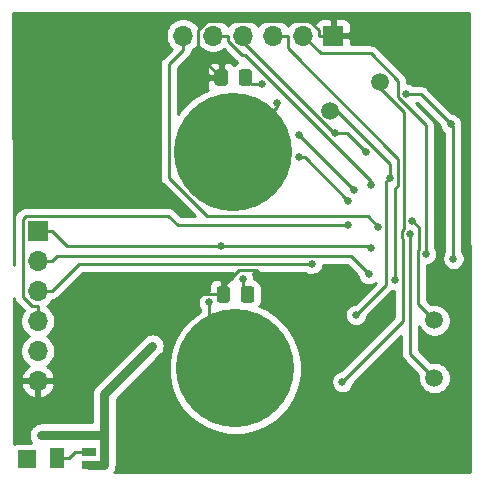
<source format=gbl>
G04 #@! TF.GenerationSoftware,KiCad,Pcbnew,5.1.7-a382d34a8~88~ubuntu18.04.1*
G04 #@! TF.CreationDate,2021-12-09T23:06:50+05:30*
G04 #@! TF.ProjectId,FrontEnd_switch_Normal_v2,46726f6e-7445-46e6-945f-737769746368,rev?*
G04 #@! TF.SameCoordinates,Original*
G04 #@! TF.FileFunction,Copper,L2,Bot*
G04 #@! TF.FilePolarity,Positive*
%FSLAX46Y46*%
G04 Gerber Fmt 4.6, Leading zero omitted, Abs format (unit mm)*
G04 Created by KiCad (PCBNEW 5.1.7-a382d34a8~88~ubuntu18.04.1) date 2021-12-09 23:06:50*
%MOMM*%
%LPD*%
G01*
G04 APERTURE LIST*
G04 #@! TA.AperFunction,SMDPad,CuDef*
%ADD10C,10.000000*%
G04 #@! TD*
G04 #@! TA.AperFunction,SMDPad,CuDef*
%ADD11R,1.250000X0.740000*%
G04 #@! TD*
G04 #@! TA.AperFunction,SMDPad,CuDef*
%ADD12R,1.250000X1.800000*%
G04 #@! TD*
G04 #@! TA.AperFunction,ComponentPad*
%ADD13O,1.700000X1.700000*%
G04 #@! TD*
G04 #@! TA.AperFunction,ComponentPad*
%ADD14R,1.700000X1.700000*%
G04 #@! TD*
G04 #@! TA.AperFunction,ComponentPad*
%ADD15R,1.524000X1.524000*%
G04 #@! TD*
G04 #@! TA.AperFunction,ComponentPad*
%ADD16C,1.500000*%
G04 #@! TD*
G04 #@! TA.AperFunction,ViaPad*
%ADD17C,0.650000*%
G04 #@! TD*
G04 #@! TA.AperFunction,Conductor*
%ADD18C,0.800000*%
G04 #@! TD*
G04 #@! TA.AperFunction,Conductor*
%ADD19C,0.250000*%
G04 #@! TD*
G04 #@! TA.AperFunction,Conductor*
%ADD20C,0.254000*%
G04 #@! TD*
G04 #@! TA.AperFunction,Conductor*
%ADD21C,0.150000*%
G04 #@! TD*
G04 APERTURE END LIST*
G04 #@! TA.AperFunction,SMDPad,CuDef*
G36*
G01*
X115220000Y-85839701D02*
X115220000Y-84939699D01*
G75*
G02*
X115469999Y-84689700I249999J0D01*
G01*
X116120001Y-84689700D01*
G75*
G02*
X116370000Y-84939699I0J-249999D01*
G01*
X116370000Y-85839701D01*
G75*
G02*
X116120001Y-86089700I-249999J0D01*
G01*
X115469999Y-86089700D01*
G75*
G02*
X115220000Y-85839701I0J249999D01*
G01*
G37*
G04 #@! TD.AperFunction*
G04 #@! TA.AperFunction,SMDPad,CuDef*
G36*
G01*
X113170000Y-85839701D02*
X113170000Y-84939699D01*
G75*
G02*
X113419999Y-84689700I249999J0D01*
G01*
X114070001Y-84689700D01*
G75*
G02*
X114320000Y-84939699I0J-249999D01*
G01*
X114320000Y-85839701D01*
G75*
G02*
X114070001Y-86089700I-249999J0D01*
G01*
X113419999Y-86089700D01*
G75*
G02*
X113170000Y-85839701I0J249999D01*
G01*
G37*
G04 #@! TD.AperFunction*
G04 #@! TA.AperFunction,SMDPad,CuDef*
G36*
G01*
X115405000Y-104204001D02*
X115405000Y-103303999D01*
G75*
G02*
X115654999Y-103054000I249999J0D01*
G01*
X116305001Y-103054000D01*
G75*
G02*
X116555000Y-103303999I0J-249999D01*
G01*
X116555000Y-104204001D01*
G75*
G02*
X116305001Y-104454000I-249999J0D01*
G01*
X115654999Y-104454000D01*
G75*
G02*
X115405000Y-104204001I0J249999D01*
G01*
G37*
G04 #@! TD.AperFunction*
G04 #@! TA.AperFunction,SMDPad,CuDef*
G36*
G01*
X113355000Y-104204001D02*
X113355000Y-103303999D01*
G75*
G02*
X113604999Y-103054000I249999J0D01*
G01*
X114255001Y-103054000D01*
G75*
G02*
X114505000Y-103303999I0J-249999D01*
G01*
X114505000Y-104204001D01*
G75*
G02*
X114255001Y-104454000I-249999J0D01*
G01*
X113604999Y-104454000D01*
G75*
G02*
X113355000Y-104204001I0J249999D01*
G01*
G37*
G04 #@! TD.AperFunction*
D10*
X114717000Y-91686400D03*
D11*
X102584000Y-117113000D03*
D12*
X99834000Y-117643000D03*
D11*
X102584000Y-118173000D03*
D13*
X110523000Y-81833700D03*
X113063000Y-81833700D03*
X115603000Y-81833700D03*
X118143000Y-81833700D03*
X120683000Y-81833700D03*
D14*
X123223000Y-81833700D03*
D15*
X97287100Y-117704000D03*
D10*
X114930000Y-110023000D03*
D16*
X131796000Y-105951000D03*
X131796000Y-110831000D03*
X127223204Y-85774200D03*
X122997000Y-88214200D03*
D14*
X98220000Y-98380000D03*
D13*
X98220000Y-100920000D03*
X98220000Y-103460000D03*
X98220000Y-106000000D03*
X98220000Y-108540000D03*
X98220000Y-111080000D03*
D17*
X98478340Y-115676680D03*
X107926300Y-108096600D03*
X106052200Y-102305100D03*
X121679200Y-102238200D03*
X126019100Y-91706100D03*
X123383100Y-90115700D03*
X129412900Y-86781300D03*
X133210200Y-89355300D03*
X133412000Y-100729300D03*
X129941300Y-97497600D03*
X129744000Y-98680700D03*
X125174000Y-105483500D03*
X128027100Y-93867700D03*
X124015200Y-111150500D03*
X127027200Y-98026500D03*
X126430100Y-94460100D03*
X128432700Y-102498900D03*
X131087400Y-100336500D03*
X126464600Y-99809100D03*
X113771500Y-99655600D03*
X124511300Y-97905700D03*
X121412300Y-101191800D03*
X124517400Y-95836700D03*
X120324700Y-92134900D03*
X112749700Y-104434300D03*
X115596500Y-102445700D03*
X126225000Y-102004500D03*
X117236500Y-85979200D03*
X118474500Y-87556900D03*
X120333700Y-90236600D03*
X125016400Y-94919300D03*
D18*
X103859300Y-112163600D02*
X107926300Y-108096600D01*
X102584000Y-118173000D02*
X103859300Y-118173000D01*
X98532980Y-115622040D02*
X98478340Y-115676680D01*
X103859300Y-115622040D02*
X98532980Y-115622040D01*
X103859300Y-115622040D02*
X103859300Y-112163600D01*
X103859300Y-118173000D02*
X103859300Y-115622040D01*
D19*
X106052200Y-103690500D02*
X106052200Y-102305100D01*
X99445300Y-111080000D02*
X106052200Y-104473100D01*
X106052200Y-104473100D02*
X106052200Y-103690500D01*
X106052200Y-103690500D02*
X113930000Y-103690500D01*
X123223000Y-81833700D02*
X121997700Y-81833700D01*
X121997700Y-81833700D02*
X121997700Y-81374200D01*
X121997700Y-81374200D02*
X121213900Y-80590400D01*
X121213900Y-80590400D02*
X112562900Y-80590400D01*
X112562900Y-80590400D02*
X111793000Y-81360300D01*
X111793000Y-81360300D02*
X111793000Y-83437700D01*
X111793000Y-83437700D02*
X113745000Y-85389700D01*
X98220000Y-111080000D02*
X99445300Y-111080000D01*
X113930000Y-103690500D02*
X113930000Y-103754000D01*
X121679200Y-102238200D02*
X117250700Y-102238200D01*
X117250700Y-102238200D02*
X116736100Y-101723600D01*
X116736100Y-101723600D02*
X115282100Y-101723600D01*
X115282100Y-101723600D02*
X113930000Y-103075700D01*
X113930000Y-103075700D02*
X113930000Y-103690500D01*
X123383100Y-90115700D02*
X124428700Y-90115700D01*
X124428700Y-90115700D02*
X126019100Y-91706100D01*
X115603000Y-81833700D02*
X115603000Y-82412100D01*
X115603000Y-82412100D02*
X123306500Y-90115600D01*
X123306500Y-90115600D02*
X123383100Y-90115600D01*
X123383100Y-90115600D02*
X123383100Y-90115700D01*
X133210200Y-89355300D02*
X133412000Y-89557100D01*
X133412000Y-89557100D02*
X133412000Y-100729300D01*
X133210200Y-89355300D02*
X130636200Y-86781300D01*
X130636200Y-86781300D02*
X129412900Y-86781300D01*
X131796000Y-105951000D02*
X130384800Y-104539800D01*
X130384800Y-104539800D02*
X130384800Y-100048600D01*
X130384800Y-100048600D02*
X130484100Y-99949300D01*
X130484100Y-99949300D02*
X130484100Y-98040400D01*
X130484100Y-98040400D02*
X129941300Y-97497600D01*
X131796000Y-110831000D02*
X129744000Y-108779000D01*
X129744000Y-108779000D02*
X129744000Y-98680700D01*
X125174000Y-105483500D02*
X127727500Y-102930000D01*
X127727500Y-102930000D02*
X127727500Y-94167300D01*
X127727500Y-94167300D02*
X128027100Y-93867700D01*
X122997000Y-88214200D02*
X123541300Y-88214200D01*
X123541300Y-88214200D02*
X128027100Y-92700000D01*
X128027100Y-92700000D02*
X128027100Y-93867700D01*
X127223200Y-85774200D02*
X127223200Y-86289500D01*
X127223200Y-86289500D02*
X129227700Y-88294000D01*
X129227700Y-88294000D02*
X129227700Y-98206600D01*
X129227700Y-98206600D02*
X129043700Y-98390600D01*
X129043700Y-98390600D02*
X129043700Y-98970800D01*
X129043700Y-98970800D02*
X129144000Y-99071100D01*
X129144000Y-99071100D02*
X129144000Y-106021700D01*
X129144000Y-106021700D02*
X124015200Y-111150500D01*
X110523000Y-81833700D02*
X110523000Y-83059000D01*
X127027200Y-98026500D02*
X126148400Y-97147700D01*
X126148400Y-97147700D02*
X112572700Y-97147700D01*
X112572700Y-97147700D02*
X109297800Y-93872800D01*
X109297800Y-93872800D02*
X109297800Y-84284200D01*
X109297800Y-84284200D02*
X110523000Y-83059000D01*
X114288300Y-81833700D02*
X114288300Y-82259700D01*
X114288300Y-82259700D02*
X115479700Y-83451100D01*
X115479700Y-83451100D02*
X115725100Y-83451100D01*
X115725100Y-83451100D02*
X126430100Y-94156100D01*
X126430100Y-94156100D02*
X126430100Y-94460100D01*
X113063000Y-81833700D02*
X114288300Y-81833700D01*
X128432700Y-102498900D02*
X128432700Y-94800500D01*
X128432700Y-94800500D02*
X128727400Y-94505800D01*
X128727400Y-94505800D02*
X128727400Y-92291000D01*
X128727400Y-92291000D02*
X119368300Y-82931900D01*
X119368300Y-82931900D02*
X119368300Y-81833700D01*
X118143000Y-81833700D02*
X119368300Y-81833700D01*
X131087400Y-100336500D02*
X131087400Y-89446100D01*
X131087400Y-89446100D02*
X128712600Y-87071300D01*
X128712600Y-87071300D02*
X128712600Y-85667300D01*
X128712600Y-85667300D02*
X126394500Y-83349200D01*
X126394500Y-83349200D02*
X122198500Y-83349200D01*
X122198500Y-83349200D02*
X120683000Y-81833700D01*
X113771500Y-99655600D02*
X126311100Y-99655600D01*
X126311100Y-99655600D02*
X126464600Y-99809100D01*
X99445300Y-98380000D02*
X100720900Y-99655600D01*
X100720900Y-99655600D02*
X113771500Y-99655600D01*
X98220000Y-98380000D02*
X99445300Y-98380000D01*
X98220000Y-104774700D02*
X97760500Y-104774700D01*
X97760500Y-104774700D02*
X96929800Y-103944000D01*
X96929800Y-103944000D02*
X96929800Y-97368300D01*
X96929800Y-97368300D02*
X97192300Y-97105800D01*
X97192300Y-97105800D02*
X109273300Y-97105800D01*
X109273300Y-97105800D02*
X110073200Y-97905700D01*
X110073200Y-97905700D02*
X124511300Y-97905700D01*
X98220000Y-106000000D02*
X98220000Y-104774700D01*
X98220000Y-103460000D02*
X99445300Y-103460000D01*
X99445300Y-103460000D02*
X101713500Y-101191800D01*
X101713500Y-101191800D02*
X121412300Y-101191800D01*
X124517400Y-95836700D02*
X120815600Y-92134900D01*
X120815600Y-92134900D02*
X120324700Y-92134900D01*
X114930000Y-110023000D02*
X112749700Y-107842700D01*
X112749700Y-107842700D02*
X112749700Y-104434300D01*
X115980000Y-103754000D02*
X115596500Y-103370500D01*
X115596500Y-103370500D02*
X115596500Y-102445700D01*
X99834000Y-117643000D02*
X100834300Y-117643000D01*
X100834300Y-117643000D02*
X101364300Y-117113000D01*
X101364300Y-117113000D02*
X102584000Y-117113000D01*
X99445300Y-100920000D02*
X99873800Y-100491500D01*
X99873800Y-100491500D02*
X124712000Y-100491500D01*
X124712000Y-100491500D02*
X126225000Y-102004500D01*
X98220000Y-100920000D02*
X99445300Y-100920000D01*
X117236500Y-85979200D02*
X116384500Y-85979200D01*
X116384500Y-85979200D02*
X115795000Y-85389700D01*
X114717000Y-91686400D02*
X118474500Y-87928900D01*
X118474500Y-87928900D02*
X118474500Y-87556900D01*
X125016400Y-94919300D02*
X120333700Y-90236600D01*
D20*
X134845787Y-118762871D02*
X104696350Y-118784530D01*
X104724034Y-118750797D01*
X104820141Y-118570993D01*
X104879324Y-118375895D01*
X104899307Y-118173000D01*
X104894300Y-118122162D01*
X104894300Y-115672877D01*
X104899307Y-115622040D01*
X104894300Y-115571202D01*
X104894300Y-112592310D01*
X108694103Y-108792508D01*
X108791034Y-108674398D01*
X108887141Y-108494594D01*
X108946323Y-108299495D01*
X108966307Y-108096600D01*
X108946323Y-107893705D01*
X108887141Y-107698607D01*
X108791034Y-107518803D01*
X108661696Y-107361204D01*
X108504097Y-107231866D01*
X108324293Y-107135759D01*
X108129195Y-107076577D01*
X107926300Y-107056593D01*
X107723405Y-107076577D01*
X107528306Y-107135759D01*
X107348502Y-107231866D01*
X107230392Y-107328797D01*
X103163392Y-111395797D01*
X103123905Y-111428204D01*
X103091498Y-111467692D01*
X103091497Y-111467693D01*
X102994566Y-111585803D01*
X102898460Y-111765607D01*
X102839277Y-111960705D01*
X102819294Y-112163600D01*
X102824301Y-112214438D01*
X102824300Y-114587040D01*
X98583815Y-114587040D01*
X98532980Y-114582033D01*
X98482145Y-114587040D01*
X98482142Y-114587040D01*
X98330085Y-114602016D01*
X98134987Y-114661199D01*
X97955183Y-114757306D01*
X97797584Y-114886644D01*
X97765173Y-114926137D01*
X97710537Y-114980773D01*
X97613606Y-115098883D01*
X97517500Y-115278687D01*
X97458317Y-115473785D01*
X97438334Y-115676680D01*
X97458317Y-115879575D01*
X97517500Y-116074673D01*
X97613606Y-116254477D01*
X97654189Y-116303928D01*
X96525100Y-116303928D01*
X96400618Y-116316188D01*
X96280920Y-116352498D01*
X96202175Y-116394589D01*
X96191554Y-111436890D01*
X96778524Y-111436890D01*
X96823175Y-111584099D01*
X96948359Y-111846920D01*
X97122412Y-112080269D01*
X97338645Y-112275178D01*
X97588748Y-112424157D01*
X97863109Y-112521481D01*
X98093000Y-112400814D01*
X98093000Y-111207000D01*
X98347000Y-111207000D01*
X98347000Y-112400814D01*
X98576891Y-112521481D01*
X98851252Y-112424157D01*
X99101355Y-112275178D01*
X99317588Y-112080269D01*
X99491641Y-111846920D01*
X99616825Y-111584099D01*
X99661476Y-111436890D01*
X99540155Y-111207000D01*
X98347000Y-111207000D01*
X98093000Y-111207000D01*
X96899845Y-111207000D01*
X96778524Y-111436890D01*
X96191554Y-111436890D01*
X96175708Y-104041321D01*
X96180797Y-104092985D01*
X96214473Y-104204001D01*
X96224254Y-104236246D01*
X96294826Y-104368276D01*
X96326304Y-104406632D01*
X96389799Y-104484001D01*
X96418802Y-104507803D01*
X97025606Y-105114608D01*
X96904010Y-105296589D01*
X96792068Y-105566842D01*
X96735000Y-105853740D01*
X96735000Y-106146260D01*
X96792068Y-106433158D01*
X96904010Y-106703411D01*
X97066525Y-106946632D01*
X97273368Y-107153475D01*
X97447760Y-107270000D01*
X97273368Y-107386525D01*
X97066525Y-107593368D01*
X96904010Y-107836589D01*
X96792068Y-108106842D01*
X96735000Y-108393740D01*
X96735000Y-108686260D01*
X96792068Y-108973158D01*
X96904010Y-109243411D01*
X97066525Y-109486632D01*
X97273368Y-109693475D01*
X97455534Y-109815195D01*
X97338645Y-109884822D01*
X97122412Y-110079731D01*
X96948359Y-110313080D01*
X96823175Y-110575901D01*
X96778524Y-110723110D01*
X96899845Y-110953000D01*
X98093000Y-110953000D01*
X98093000Y-110933000D01*
X98347000Y-110933000D01*
X98347000Y-110953000D01*
X99540155Y-110953000D01*
X99661476Y-110723110D01*
X99616825Y-110575901D01*
X99491641Y-110313080D01*
X99317588Y-110079731D01*
X99101355Y-109884822D01*
X98984466Y-109815195D01*
X99166632Y-109693475D01*
X99373475Y-109486632D01*
X99535990Y-109243411D01*
X99647932Y-108973158D01*
X99705000Y-108686260D01*
X99705000Y-108393740D01*
X99647932Y-108106842D01*
X99535990Y-107836589D01*
X99373475Y-107593368D01*
X99166632Y-107386525D01*
X98992240Y-107270000D01*
X99166632Y-107153475D01*
X99373475Y-106946632D01*
X99535990Y-106703411D01*
X99647932Y-106433158D01*
X99705000Y-106146260D01*
X99705000Y-105853740D01*
X99647932Y-105566842D01*
X99535990Y-105296589D01*
X99373475Y-105053368D01*
X99166632Y-104846525D01*
X98992240Y-104730000D01*
X99166632Y-104613475D01*
X99373475Y-104406632D01*
X99499274Y-104218361D01*
X99594286Y-104209003D01*
X99737547Y-104165546D01*
X99869576Y-104094974D01*
X99985301Y-104000001D01*
X100009104Y-103970997D01*
X102028302Y-101951800D01*
X114771931Y-101951800D01*
X114745759Y-101990969D01*
X114673392Y-102165678D01*
X114636500Y-102351148D01*
X114636500Y-102430317D01*
X114629482Y-102428188D01*
X114505000Y-102415928D01*
X114215750Y-102419000D01*
X114057000Y-102577750D01*
X114057000Y-103627000D01*
X114077000Y-103627000D01*
X114077000Y-103881000D01*
X114057000Y-103881000D01*
X114057000Y-103901000D01*
X113803000Y-103901000D01*
X113803000Y-103881000D01*
X113783000Y-103881000D01*
X113783000Y-103627000D01*
X113803000Y-103627000D01*
X113803000Y-102577750D01*
X113644250Y-102419000D01*
X113355000Y-102415928D01*
X113230518Y-102428188D01*
X113110820Y-102464498D01*
X113000506Y-102523463D01*
X112903815Y-102602815D01*
X112824463Y-102699506D01*
X112765498Y-102809820D01*
X112729188Y-102929518D01*
X112716928Y-103054000D01*
X112720000Y-103468250D01*
X112726050Y-103474300D01*
X112655148Y-103474300D01*
X112469678Y-103511192D01*
X112294969Y-103583559D01*
X112137736Y-103688619D01*
X112004019Y-103822336D01*
X111898959Y-103979569D01*
X111826592Y-104154278D01*
X111789700Y-104339748D01*
X111789700Y-104528852D01*
X111826592Y-104714322D01*
X111898959Y-104889031D01*
X111989701Y-105024835D01*
X111989701Y-105210489D01*
X111337897Y-105646010D01*
X110553010Y-106430897D01*
X109936328Y-107353827D01*
X109511550Y-108379331D01*
X109295000Y-109468001D01*
X109295000Y-110577999D01*
X109511550Y-111666669D01*
X109936328Y-112692173D01*
X110553010Y-113615103D01*
X111337897Y-114399990D01*
X112260827Y-115016672D01*
X113286331Y-115441450D01*
X114375001Y-115658000D01*
X115484999Y-115658000D01*
X116573669Y-115441450D01*
X117599173Y-115016672D01*
X118522103Y-114399990D01*
X119306990Y-113615103D01*
X119923672Y-112692173D01*
X120348450Y-111666669D01*
X120565000Y-110577999D01*
X120565000Y-109468001D01*
X120348450Y-108379331D01*
X119923672Y-107353827D01*
X119306990Y-106430897D01*
X118522103Y-105646010D01*
X117599173Y-105029328D01*
X116981095Y-104773312D01*
X117043405Y-104697387D01*
X117125472Y-104543851D01*
X117176008Y-104377255D01*
X117193072Y-104204001D01*
X117193072Y-103303999D01*
X117176008Y-103130745D01*
X117125472Y-102964149D01*
X117043405Y-102810613D01*
X116932962Y-102676038D01*
X116798387Y-102565595D01*
X116644851Y-102483528D01*
X116556500Y-102456727D01*
X116556500Y-102351148D01*
X116519608Y-102165678D01*
X116447241Y-101990969D01*
X116421069Y-101951800D01*
X120821766Y-101951800D01*
X120957569Y-102042541D01*
X121132278Y-102114908D01*
X121317748Y-102151800D01*
X121506852Y-102151800D01*
X121692322Y-102114908D01*
X121867031Y-102042541D01*
X122024264Y-101937481D01*
X122157981Y-101803764D01*
X122263041Y-101646531D01*
X122335408Y-101471822D01*
X122372300Y-101286352D01*
X122372300Y-101251500D01*
X124397199Y-101251500D01*
X125270028Y-102124330D01*
X125301892Y-102284522D01*
X125374259Y-102459231D01*
X125479319Y-102616464D01*
X125613036Y-102750181D01*
X125770269Y-102855241D01*
X125944978Y-102927608D01*
X126130448Y-102964500D01*
X126319552Y-102964500D01*
X126505022Y-102927608D01*
X126679731Y-102855241D01*
X126823563Y-102759136D01*
X125054171Y-104528528D01*
X124893978Y-104560392D01*
X124719269Y-104632759D01*
X124562036Y-104737819D01*
X124428319Y-104871536D01*
X124323259Y-105028769D01*
X124250892Y-105203478D01*
X124214000Y-105388948D01*
X124214000Y-105578052D01*
X124250892Y-105763522D01*
X124323259Y-105938231D01*
X124428319Y-106095464D01*
X124562036Y-106229181D01*
X124719269Y-106334241D01*
X124893978Y-106406608D01*
X125079448Y-106443500D01*
X125268552Y-106443500D01*
X125454022Y-106406608D01*
X125628731Y-106334241D01*
X125785964Y-106229181D01*
X125919681Y-106095464D01*
X126024741Y-105938231D01*
X126097108Y-105763522D01*
X126128972Y-105603329D01*
X128238504Y-103493798D01*
X128267501Y-103470001D01*
X128285247Y-103448377D01*
X128338148Y-103458900D01*
X128384001Y-103458900D01*
X128384001Y-105706897D01*
X123895371Y-110195528D01*
X123735178Y-110227392D01*
X123560469Y-110299759D01*
X123403236Y-110404819D01*
X123269519Y-110538536D01*
X123164459Y-110695769D01*
X123092092Y-110870478D01*
X123055200Y-111055948D01*
X123055200Y-111245052D01*
X123092092Y-111430522D01*
X123164459Y-111605231D01*
X123269519Y-111762464D01*
X123403236Y-111896181D01*
X123560469Y-112001241D01*
X123735178Y-112073608D01*
X123920648Y-112110500D01*
X124109752Y-112110500D01*
X124295222Y-112073608D01*
X124469931Y-112001241D01*
X124627164Y-111896181D01*
X124760881Y-111762464D01*
X124865941Y-111605231D01*
X124938308Y-111430522D01*
X124970172Y-111270329D01*
X128984000Y-107256502D01*
X128984000Y-108741678D01*
X128980324Y-108779000D01*
X128984000Y-108816322D01*
X128984000Y-108816332D01*
X128994997Y-108927985D01*
X129034011Y-109056600D01*
X129038454Y-109071246D01*
X129109026Y-109203276D01*
X129141964Y-109243411D01*
X129203999Y-109319001D01*
X129233003Y-109342804D01*
X130439833Y-110549635D01*
X130411000Y-110694589D01*
X130411000Y-110967411D01*
X130464225Y-111234989D01*
X130568629Y-111487043D01*
X130720201Y-111713886D01*
X130913114Y-111906799D01*
X131139957Y-112058371D01*
X131392011Y-112162775D01*
X131659589Y-112216000D01*
X131932411Y-112216000D01*
X132199989Y-112162775D01*
X132452043Y-112058371D01*
X132678886Y-111906799D01*
X132871799Y-111713886D01*
X133023371Y-111487043D01*
X133127775Y-111234989D01*
X133181000Y-110967411D01*
X133181000Y-110694589D01*
X133127775Y-110427011D01*
X133023371Y-110174957D01*
X132871799Y-109948114D01*
X132678886Y-109755201D01*
X132452043Y-109603629D01*
X132199989Y-109499225D01*
X131932411Y-109446000D01*
X131659589Y-109446000D01*
X131514635Y-109474833D01*
X130504000Y-108464199D01*
X130504000Y-106451015D01*
X130568629Y-106607043D01*
X130720201Y-106833886D01*
X130913114Y-107026799D01*
X131139957Y-107178371D01*
X131392011Y-107282775D01*
X131659589Y-107336000D01*
X131932411Y-107336000D01*
X132199989Y-107282775D01*
X132452043Y-107178371D01*
X132678886Y-107026799D01*
X132871799Y-106833886D01*
X133023371Y-106607043D01*
X133127775Y-106354989D01*
X133181000Y-106087411D01*
X133181000Y-105814589D01*
X133127775Y-105547011D01*
X133023371Y-105294957D01*
X132871799Y-105068114D01*
X132678886Y-104875201D01*
X132452043Y-104723629D01*
X132199989Y-104619225D01*
X131932411Y-104566000D01*
X131659589Y-104566000D01*
X131514635Y-104594833D01*
X131144800Y-104224999D01*
X131144800Y-101296500D01*
X131181952Y-101296500D01*
X131367422Y-101259608D01*
X131542131Y-101187241D01*
X131699364Y-101082181D01*
X131833081Y-100948464D01*
X131938141Y-100791231D01*
X132010508Y-100616522D01*
X132047400Y-100431052D01*
X132047400Y-100241948D01*
X132010508Y-100056478D01*
X131938141Y-99881769D01*
X131847400Y-99745966D01*
X131847400Y-89483422D01*
X131851076Y-89446099D01*
X131847400Y-89408776D01*
X131847400Y-89408767D01*
X131836403Y-89297114D01*
X131792946Y-89153853D01*
X131722374Y-89021824D01*
X131627401Y-88906099D01*
X131598403Y-88882301D01*
X130257401Y-87541300D01*
X130321399Y-87541300D01*
X132255228Y-89475130D01*
X132287092Y-89635322D01*
X132359459Y-89810031D01*
X132464519Y-89967264D01*
X132598236Y-90100981D01*
X132652000Y-90136905D01*
X132652001Y-100138764D01*
X132561259Y-100274569D01*
X132488892Y-100449278D01*
X132452000Y-100634748D01*
X132452000Y-100823852D01*
X132488892Y-101009322D01*
X132561259Y-101184031D01*
X132666319Y-101341264D01*
X132800036Y-101474981D01*
X132957269Y-101580041D01*
X133131978Y-101652408D01*
X133317448Y-101689300D01*
X133506552Y-101689300D01*
X133692022Y-101652408D01*
X133866731Y-101580041D01*
X134023964Y-101474981D01*
X134157681Y-101341264D01*
X134262741Y-101184031D01*
X134335108Y-101009322D01*
X134372000Y-100823852D01*
X134372000Y-100634748D01*
X134335108Y-100449278D01*
X134262741Y-100274569D01*
X134172000Y-100138766D01*
X134172000Y-89594422D01*
X134175676Y-89557099D01*
X134172000Y-89519776D01*
X134172000Y-89519767D01*
X134166798Y-89466954D01*
X134170200Y-89449852D01*
X134170200Y-89260748D01*
X134133308Y-89075278D01*
X134060941Y-88900569D01*
X133955881Y-88743336D01*
X133822164Y-88609619D01*
X133664931Y-88504559D01*
X133490222Y-88432192D01*
X133330030Y-88400328D01*
X131200004Y-86270303D01*
X131176201Y-86241299D01*
X131060476Y-86146326D01*
X130928447Y-86075754D01*
X130785186Y-86032297D01*
X130673533Y-86021300D01*
X130673522Y-86021300D01*
X130636200Y-86017624D01*
X130598878Y-86021300D01*
X130003434Y-86021300D01*
X129867631Y-85930559D01*
X129692922Y-85858192D01*
X129507452Y-85821300D01*
X129472600Y-85821300D01*
X129472600Y-85704622D01*
X129476276Y-85667299D01*
X129472600Y-85629976D01*
X129472600Y-85629967D01*
X129461603Y-85518314D01*
X129418146Y-85375053D01*
X129347574Y-85243024D01*
X129328022Y-85219200D01*
X129276399Y-85156296D01*
X129276395Y-85156292D01*
X129252601Y-85127299D01*
X129223608Y-85103505D01*
X126958304Y-82838202D01*
X126934501Y-82809199D01*
X126818776Y-82714226D01*
X126686747Y-82643654D01*
X126543486Y-82600197D01*
X126431833Y-82589200D01*
X126431822Y-82589200D01*
X126394500Y-82585524D01*
X126357178Y-82589200D01*
X124710558Y-82589200D01*
X124708000Y-82119450D01*
X124549250Y-81960700D01*
X123350000Y-81960700D01*
X123350000Y-81980700D01*
X123096000Y-81980700D01*
X123096000Y-81960700D01*
X123076000Y-81960700D01*
X123076000Y-81706700D01*
X123096000Y-81706700D01*
X123096000Y-80507450D01*
X123350000Y-80507450D01*
X123350000Y-81706700D01*
X124549250Y-81706700D01*
X124708000Y-81547950D01*
X124711072Y-80983700D01*
X124698812Y-80859218D01*
X124662502Y-80739520D01*
X124603537Y-80629206D01*
X124524185Y-80532515D01*
X124427494Y-80453163D01*
X124317180Y-80394198D01*
X124197482Y-80357888D01*
X124073000Y-80345628D01*
X123508750Y-80348700D01*
X123350000Y-80507450D01*
X123096000Y-80507450D01*
X122937250Y-80348700D01*
X122373000Y-80345628D01*
X122248518Y-80357888D01*
X122128820Y-80394198D01*
X122018506Y-80453163D01*
X121921815Y-80532515D01*
X121842463Y-80629206D01*
X121783498Y-80739520D01*
X121761487Y-80812080D01*
X121629632Y-80680225D01*
X121386411Y-80517710D01*
X121116158Y-80405768D01*
X120829260Y-80348700D01*
X120536740Y-80348700D01*
X120249842Y-80405768D01*
X119979589Y-80517710D01*
X119736368Y-80680225D01*
X119529525Y-80887068D01*
X119413000Y-81061460D01*
X119296475Y-80887068D01*
X119089632Y-80680225D01*
X118846411Y-80517710D01*
X118576158Y-80405768D01*
X118289260Y-80348700D01*
X117996740Y-80348700D01*
X117709842Y-80405768D01*
X117439589Y-80517710D01*
X117196368Y-80680225D01*
X116989525Y-80887068D01*
X116873000Y-81061460D01*
X116756475Y-80887068D01*
X116549632Y-80680225D01*
X116306411Y-80517710D01*
X116036158Y-80405768D01*
X115749260Y-80348700D01*
X115456740Y-80348700D01*
X115169842Y-80405768D01*
X114899589Y-80517710D01*
X114656368Y-80680225D01*
X114449525Y-80887068D01*
X114333000Y-81061460D01*
X114216475Y-80887068D01*
X114009632Y-80680225D01*
X113766411Y-80517710D01*
X113496158Y-80405768D01*
X113209260Y-80348700D01*
X112916740Y-80348700D01*
X112629842Y-80405768D01*
X112359589Y-80517710D01*
X112116368Y-80680225D01*
X111909525Y-80887068D01*
X111793000Y-81061460D01*
X111676475Y-80887068D01*
X111469632Y-80680225D01*
X111226411Y-80517710D01*
X110956158Y-80405768D01*
X110669260Y-80348700D01*
X110376740Y-80348700D01*
X110089842Y-80405768D01*
X109819589Y-80517710D01*
X109576368Y-80680225D01*
X109369525Y-80887068D01*
X109207010Y-81130289D01*
X109095068Y-81400542D01*
X109038000Y-81687440D01*
X109038000Y-81979960D01*
X109095068Y-82266858D01*
X109207010Y-82537111D01*
X109369525Y-82780332D01*
X109548195Y-82959002D01*
X108786798Y-83720401D01*
X108757800Y-83744199D01*
X108734002Y-83773197D01*
X108734001Y-83773198D01*
X108662826Y-83859924D01*
X108592254Y-83991954D01*
X108548798Y-84135215D01*
X108534124Y-84284200D01*
X108537801Y-84321532D01*
X108537800Y-93835478D01*
X108534124Y-93872800D01*
X108537800Y-93910122D01*
X108537800Y-93910132D01*
X108548797Y-94021785D01*
X108578216Y-94118767D01*
X108592254Y-94165046D01*
X108662826Y-94297076D01*
X108678591Y-94316285D01*
X108757799Y-94412801D01*
X108786803Y-94436604D01*
X111495898Y-97145700D01*
X110388002Y-97145700D01*
X109837103Y-96594802D01*
X109813301Y-96565799D01*
X109697576Y-96470826D01*
X109565547Y-96400254D01*
X109422286Y-96356797D01*
X109310633Y-96345800D01*
X109310622Y-96345800D01*
X109273300Y-96342124D01*
X109235978Y-96345800D01*
X97229622Y-96345800D01*
X97192299Y-96342124D01*
X97154976Y-96345800D01*
X97154967Y-96345800D01*
X97043314Y-96356797D01*
X96900053Y-96400254D01*
X96768024Y-96470826D01*
X96652299Y-96565799D01*
X96628496Y-96594803D01*
X96418798Y-96804501D01*
X96389800Y-96828299D01*
X96366002Y-96857297D01*
X96366001Y-96857298D01*
X96294826Y-96944024D01*
X96224254Y-97076054D01*
X96180798Y-97219315D01*
X96166124Y-97368300D01*
X96169801Y-97405632D01*
X96169800Y-101283699D01*
X96124005Y-79908377D01*
X134762512Y-79900805D01*
X134845787Y-118762871D01*
G04 #@! TA.AperFunction,Conductor*
D21*
G36*
X134845787Y-118762871D02*
G01*
X104696350Y-118784530D01*
X104724034Y-118750797D01*
X104820141Y-118570993D01*
X104879324Y-118375895D01*
X104899307Y-118173000D01*
X104894300Y-118122162D01*
X104894300Y-115672877D01*
X104899307Y-115622040D01*
X104894300Y-115571202D01*
X104894300Y-112592310D01*
X108694103Y-108792508D01*
X108791034Y-108674398D01*
X108887141Y-108494594D01*
X108946323Y-108299495D01*
X108966307Y-108096600D01*
X108946323Y-107893705D01*
X108887141Y-107698607D01*
X108791034Y-107518803D01*
X108661696Y-107361204D01*
X108504097Y-107231866D01*
X108324293Y-107135759D01*
X108129195Y-107076577D01*
X107926300Y-107056593D01*
X107723405Y-107076577D01*
X107528306Y-107135759D01*
X107348502Y-107231866D01*
X107230392Y-107328797D01*
X103163392Y-111395797D01*
X103123905Y-111428204D01*
X103091498Y-111467692D01*
X103091497Y-111467693D01*
X102994566Y-111585803D01*
X102898460Y-111765607D01*
X102839277Y-111960705D01*
X102819294Y-112163600D01*
X102824301Y-112214438D01*
X102824300Y-114587040D01*
X98583815Y-114587040D01*
X98532980Y-114582033D01*
X98482145Y-114587040D01*
X98482142Y-114587040D01*
X98330085Y-114602016D01*
X98134987Y-114661199D01*
X97955183Y-114757306D01*
X97797584Y-114886644D01*
X97765173Y-114926137D01*
X97710537Y-114980773D01*
X97613606Y-115098883D01*
X97517500Y-115278687D01*
X97458317Y-115473785D01*
X97438334Y-115676680D01*
X97458317Y-115879575D01*
X97517500Y-116074673D01*
X97613606Y-116254477D01*
X97654189Y-116303928D01*
X96525100Y-116303928D01*
X96400618Y-116316188D01*
X96280920Y-116352498D01*
X96202175Y-116394589D01*
X96191554Y-111436890D01*
X96778524Y-111436890D01*
X96823175Y-111584099D01*
X96948359Y-111846920D01*
X97122412Y-112080269D01*
X97338645Y-112275178D01*
X97588748Y-112424157D01*
X97863109Y-112521481D01*
X98093000Y-112400814D01*
X98093000Y-111207000D01*
X98347000Y-111207000D01*
X98347000Y-112400814D01*
X98576891Y-112521481D01*
X98851252Y-112424157D01*
X99101355Y-112275178D01*
X99317588Y-112080269D01*
X99491641Y-111846920D01*
X99616825Y-111584099D01*
X99661476Y-111436890D01*
X99540155Y-111207000D01*
X98347000Y-111207000D01*
X98093000Y-111207000D01*
X96899845Y-111207000D01*
X96778524Y-111436890D01*
X96191554Y-111436890D01*
X96175708Y-104041321D01*
X96180797Y-104092985D01*
X96214473Y-104204001D01*
X96224254Y-104236246D01*
X96294826Y-104368276D01*
X96326304Y-104406632D01*
X96389799Y-104484001D01*
X96418802Y-104507803D01*
X97025606Y-105114608D01*
X96904010Y-105296589D01*
X96792068Y-105566842D01*
X96735000Y-105853740D01*
X96735000Y-106146260D01*
X96792068Y-106433158D01*
X96904010Y-106703411D01*
X97066525Y-106946632D01*
X97273368Y-107153475D01*
X97447760Y-107270000D01*
X97273368Y-107386525D01*
X97066525Y-107593368D01*
X96904010Y-107836589D01*
X96792068Y-108106842D01*
X96735000Y-108393740D01*
X96735000Y-108686260D01*
X96792068Y-108973158D01*
X96904010Y-109243411D01*
X97066525Y-109486632D01*
X97273368Y-109693475D01*
X97455534Y-109815195D01*
X97338645Y-109884822D01*
X97122412Y-110079731D01*
X96948359Y-110313080D01*
X96823175Y-110575901D01*
X96778524Y-110723110D01*
X96899845Y-110953000D01*
X98093000Y-110953000D01*
X98093000Y-110933000D01*
X98347000Y-110933000D01*
X98347000Y-110953000D01*
X99540155Y-110953000D01*
X99661476Y-110723110D01*
X99616825Y-110575901D01*
X99491641Y-110313080D01*
X99317588Y-110079731D01*
X99101355Y-109884822D01*
X98984466Y-109815195D01*
X99166632Y-109693475D01*
X99373475Y-109486632D01*
X99535990Y-109243411D01*
X99647932Y-108973158D01*
X99705000Y-108686260D01*
X99705000Y-108393740D01*
X99647932Y-108106842D01*
X99535990Y-107836589D01*
X99373475Y-107593368D01*
X99166632Y-107386525D01*
X98992240Y-107270000D01*
X99166632Y-107153475D01*
X99373475Y-106946632D01*
X99535990Y-106703411D01*
X99647932Y-106433158D01*
X99705000Y-106146260D01*
X99705000Y-105853740D01*
X99647932Y-105566842D01*
X99535990Y-105296589D01*
X99373475Y-105053368D01*
X99166632Y-104846525D01*
X98992240Y-104730000D01*
X99166632Y-104613475D01*
X99373475Y-104406632D01*
X99499274Y-104218361D01*
X99594286Y-104209003D01*
X99737547Y-104165546D01*
X99869576Y-104094974D01*
X99985301Y-104000001D01*
X100009104Y-103970997D01*
X102028302Y-101951800D01*
X114771931Y-101951800D01*
X114745759Y-101990969D01*
X114673392Y-102165678D01*
X114636500Y-102351148D01*
X114636500Y-102430317D01*
X114629482Y-102428188D01*
X114505000Y-102415928D01*
X114215750Y-102419000D01*
X114057000Y-102577750D01*
X114057000Y-103627000D01*
X114077000Y-103627000D01*
X114077000Y-103881000D01*
X114057000Y-103881000D01*
X114057000Y-103901000D01*
X113803000Y-103901000D01*
X113803000Y-103881000D01*
X113783000Y-103881000D01*
X113783000Y-103627000D01*
X113803000Y-103627000D01*
X113803000Y-102577750D01*
X113644250Y-102419000D01*
X113355000Y-102415928D01*
X113230518Y-102428188D01*
X113110820Y-102464498D01*
X113000506Y-102523463D01*
X112903815Y-102602815D01*
X112824463Y-102699506D01*
X112765498Y-102809820D01*
X112729188Y-102929518D01*
X112716928Y-103054000D01*
X112720000Y-103468250D01*
X112726050Y-103474300D01*
X112655148Y-103474300D01*
X112469678Y-103511192D01*
X112294969Y-103583559D01*
X112137736Y-103688619D01*
X112004019Y-103822336D01*
X111898959Y-103979569D01*
X111826592Y-104154278D01*
X111789700Y-104339748D01*
X111789700Y-104528852D01*
X111826592Y-104714322D01*
X111898959Y-104889031D01*
X111989701Y-105024835D01*
X111989701Y-105210489D01*
X111337897Y-105646010D01*
X110553010Y-106430897D01*
X109936328Y-107353827D01*
X109511550Y-108379331D01*
X109295000Y-109468001D01*
X109295000Y-110577999D01*
X109511550Y-111666669D01*
X109936328Y-112692173D01*
X110553010Y-113615103D01*
X111337897Y-114399990D01*
X112260827Y-115016672D01*
X113286331Y-115441450D01*
X114375001Y-115658000D01*
X115484999Y-115658000D01*
X116573669Y-115441450D01*
X117599173Y-115016672D01*
X118522103Y-114399990D01*
X119306990Y-113615103D01*
X119923672Y-112692173D01*
X120348450Y-111666669D01*
X120565000Y-110577999D01*
X120565000Y-109468001D01*
X120348450Y-108379331D01*
X119923672Y-107353827D01*
X119306990Y-106430897D01*
X118522103Y-105646010D01*
X117599173Y-105029328D01*
X116981095Y-104773312D01*
X117043405Y-104697387D01*
X117125472Y-104543851D01*
X117176008Y-104377255D01*
X117193072Y-104204001D01*
X117193072Y-103303999D01*
X117176008Y-103130745D01*
X117125472Y-102964149D01*
X117043405Y-102810613D01*
X116932962Y-102676038D01*
X116798387Y-102565595D01*
X116644851Y-102483528D01*
X116556500Y-102456727D01*
X116556500Y-102351148D01*
X116519608Y-102165678D01*
X116447241Y-101990969D01*
X116421069Y-101951800D01*
X120821766Y-101951800D01*
X120957569Y-102042541D01*
X121132278Y-102114908D01*
X121317748Y-102151800D01*
X121506852Y-102151800D01*
X121692322Y-102114908D01*
X121867031Y-102042541D01*
X122024264Y-101937481D01*
X122157981Y-101803764D01*
X122263041Y-101646531D01*
X122335408Y-101471822D01*
X122372300Y-101286352D01*
X122372300Y-101251500D01*
X124397199Y-101251500D01*
X125270028Y-102124330D01*
X125301892Y-102284522D01*
X125374259Y-102459231D01*
X125479319Y-102616464D01*
X125613036Y-102750181D01*
X125770269Y-102855241D01*
X125944978Y-102927608D01*
X126130448Y-102964500D01*
X126319552Y-102964500D01*
X126505022Y-102927608D01*
X126679731Y-102855241D01*
X126823563Y-102759136D01*
X125054171Y-104528528D01*
X124893978Y-104560392D01*
X124719269Y-104632759D01*
X124562036Y-104737819D01*
X124428319Y-104871536D01*
X124323259Y-105028769D01*
X124250892Y-105203478D01*
X124214000Y-105388948D01*
X124214000Y-105578052D01*
X124250892Y-105763522D01*
X124323259Y-105938231D01*
X124428319Y-106095464D01*
X124562036Y-106229181D01*
X124719269Y-106334241D01*
X124893978Y-106406608D01*
X125079448Y-106443500D01*
X125268552Y-106443500D01*
X125454022Y-106406608D01*
X125628731Y-106334241D01*
X125785964Y-106229181D01*
X125919681Y-106095464D01*
X126024741Y-105938231D01*
X126097108Y-105763522D01*
X126128972Y-105603329D01*
X128238504Y-103493798D01*
X128267501Y-103470001D01*
X128285247Y-103448377D01*
X128338148Y-103458900D01*
X128384001Y-103458900D01*
X128384001Y-105706897D01*
X123895371Y-110195528D01*
X123735178Y-110227392D01*
X123560469Y-110299759D01*
X123403236Y-110404819D01*
X123269519Y-110538536D01*
X123164459Y-110695769D01*
X123092092Y-110870478D01*
X123055200Y-111055948D01*
X123055200Y-111245052D01*
X123092092Y-111430522D01*
X123164459Y-111605231D01*
X123269519Y-111762464D01*
X123403236Y-111896181D01*
X123560469Y-112001241D01*
X123735178Y-112073608D01*
X123920648Y-112110500D01*
X124109752Y-112110500D01*
X124295222Y-112073608D01*
X124469931Y-112001241D01*
X124627164Y-111896181D01*
X124760881Y-111762464D01*
X124865941Y-111605231D01*
X124938308Y-111430522D01*
X124970172Y-111270329D01*
X128984000Y-107256502D01*
X128984000Y-108741678D01*
X128980324Y-108779000D01*
X128984000Y-108816322D01*
X128984000Y-108816332D01*
X128994997Y-108927985D01*
X129034011Y-109056600D01*
X129038454Y-109071246D01*
X129109026Y-109203276D01*
X129141964Y-109243411D01*
X129203999Y-109319001D01*
X129233003Y-109342804D01*
X130439833Y-110549635D01*
X130411000Y-110694589D01*
X130411000Y-110967411D01*
X130464225Y-111234989D01*
X130568629Y-111487043D01*
X130720201Y-111713886D01*
X130913114Y-111906799D01*
X131139957Y-112058371D01*
X131392011Y-112162775D01*
X131659589Y-112216000D01*
X131932411Y-112216000D01*
X132199989Y-112162775D01*
X132452043Y-112058371D01*
X132678886Y-111906799D01*
X132871799Y-111713886D01*
X133023371Y-111487043D01*
X133127775Y-111234989D01*
X133181000Y-110967411D01*
X133181000Y-110694589D01*
X133127775Y-110427011D01*
X133023371Y-110174957D01*
X132871799Y-109948114D01*
X132678886Y-109755201D01*
X132452043Y-109603629D01*
X132199989Y-109499225D01*
X131932411Y-109446000D01*
X131659589Y-109446000D01*
X131514635Y-109474833D01*
X130504000Y-108464199D01*
X130504000Y-106451015D01*
X130568629Y-106607043D01*
X130720201Y-106833886D01*
X130913114Y-107026799D01*
X131139957Y-107178371D01*
X131392011Y-107282775D01*
X131659589Y-107336000D01*
X131932411Y-107336000D01*
X132199989Y-107282775D01*
X132452043Y-107178371D01*
X132678886Y-107026799D01*
X132871799Y-106833886D01*
X133023371Y-106607043D01*
X133127775Y-106354989D01*
X133181000Y-106087411D01*
X133181000Y-105814589D01*
X133127775Y-105547011D01*
X133023371Y-105294957D01*
X132871799Y-105068114D01*
X132678886Y-104875201D01*
X132452043Y-104723629D01*
X132199989Y-104619225D01*
X131932411Y-104566000D01*
X131659589Y-104566000D01*
X131514635Y-104594833D01*
X131144800Y-104224999D01*
X131144800Y-101296500D01*
X131181952Y-101296500D01*
X131367422Y-101259608D01*
X131542131Y-101187241D01*
X131699364Y-101082181D01*
X131833081Y-100948464D01*
X131938141Y-100791231D01*
X132010508Y-100616522D01*
X132047400Y-100431052D01*
X132047400Y-100241948D01*
X132010508Y-100056478D01*
X131938141Y-99881769D01*
X131847400Y-99745966D01*
X131847400Y-89483422D01*
X131851076Y-89446099D01*
X131847400Y-89408776D01*
X131847400Y-89408767D01*
X131836403Y-89297114D01*
X131792946Y-89153853D01*
X131722374Y-89021824D01*
X131627401Y-88906099D01*
X131598403Y-88882301D01*
X130257401Y-87541300D01*
X130321399Y-87541300D01*
X132255228Y-89475130D01*
X132287092Y-89635322D01*
X132359459Y-89810031D01*
X132464519Y-89967264D01*
X132598236Y-90100981D01*
X132652000Y-90136905D01*
X132652001Y-100138764D01*
X132561259Y-100274569D01*
X132488892Y-100449278D01*
X132452000Y-100634748D01*
X132452000Y-100823852D01*
X132488892Y-101009322D01*
X132561259Y-101184031D01*
X132666319Y-101341264D01*
X132800036Y-101474981D01*
X132957269Y-101580041D01*
X133131978Y-101652408D01*
X133317448Y-101689300D01*
X133506552Y-101689300D01*
X133692022Y-101652408D01*
X133866731Y-101580041D01*
X134023964Y-101474981D01*
X134157681Y-101341264D01*
X134262741Y-101184031D01*
X134335108Y-101009322D01*
X134372000Y-100823852D01*
X134372000Y-100634748D01*
X134335108Y-100449278D01*
X134262741Y-100274569D01*
X134172000Y-100138766D01*
X134172000Y-89594422D01*
X134175676Y-89557099D01*
X134172000Y-89519776D01*
X134172000Y-89519767D01*
X134166798Y-89466954D01*
X134170200Y-89449852D01*
X134170200Y-89260748D01*
X134133308Y-89075278D01*
X134060941Y-88900569D01*
X133955881Y-88743336D01*
X133822164Y-88609619D01*
X133664931Y-88504559D01*
X133490222Y-88432192D01*
X133330030Y-88400328D01*
X131200004Y-86270303D01*
X131176201Y-86241299D01*
X131060476Y-86146326D01*
X130928447Y-86075754D01*
X130785186Y-86032297D01*
X130673533Y-86021300D01*
X130673522Y-86021300D01*
X130636200Y-86017624D01*
X130598878Y-86021300D01*
X130003434Y-86021300D01*
X129867631Y-85930559D01*
X129692922Y-85858192D01*
X129507452Y-85821300D01*
X129472600Y-85821300D01*
X129472600Y-85704622D01*
X129476276Y-85667299D01*
X129472600Y-85629976D01*
X129472600Y-85629967D01*
X129461603Y-85518314D01*
X129418146Y-85375053D01*
X129347574Y-85243024D01*
X129328022Y-85219200D01*
X129276399Y-85156296D01*
X129276395Y-85156292D01*
X129252601Y-85127299D01*
X129223608Y-85103505D01*
X126958304Y-82838202D01*
X126934501Y-82809199D01*
X126818776Y-82714226D01*
X126686747Y-82643654D01*
X126543486Y-82600197D01*
X126431833Y-82589200D01*
X126431822Y-82589200D01*
X126394500Y-82585524D01*
X126357178Y-82589200D01*
X124710558Y-82589200D01*
X124708000Y-82119450D01*
X124549250Y-81960700D01*
X123350000Y-81960700D01*
X123350000Y-81980700D01*
X123096000Y-81980700D01*
X123096000Y-81960700D01*
X123076000Y-81960700D01*
X123076000Y-81706700D01*
X123096000Y-81706700D01*
X123096000Y-80507450D01*
X123350000Y-80507450D01*
X123350000Y-81706700D01*
X124549250Y-81706700D01*
X124708000Y-81547950D01*
X124711072Y-80983700D01*
X124698812Y-80859218D01*
X124662502Y-80739520D01*
X124603537Y-80629206D01*
X124524185Y-80532515D01*
X124427494Y-80453163D01*
X124317180Y-80394198D01*
X124197482Y-80357888D01*
X124073000Y-80345628D01*
X123508750Y-80348700D01*
X123350000Y-80507450D01*
X123096000Y-80507450D01*
X122937250Y-80348700D01*
X122373000Y-80345628D01*
X122248518Y-80357888D01*
X122128820Y-80394198D01*
X122018506Y-80453163D01*
X121921815Y-80532515D01*
X121842463Y-80629206D01*
X121783498Y-80739520D01*
X121761487Y-80812080D01*
X121629632Y-80680225D01*
X121386411Y-80517710D01*
X121116158Y-80405768D01*
X120829260Y-80348700D01*
X120536740Y-80348700D01*
X120249842Y-80405768D01*
X119979589Y-80517710D01*
X119736368Y-80680225D01*
X119529525Y-80887068D01*
X119413000Y-81061460D01*
X119296475Y-80887068D01*
X119089632Y-80680225D01*
X118846411Y-80517710D01*
X118576158Y-80405768D01*
X118289260Y-80348700D01*
X117996740Y-80348700D01*
X117709842Y-80405768D01*
X117439589Y-80517710D01*
X117196368Y-80680225D01*
X116989525Y-80887068D01*
X116873000Y-81061460D01*
X116756475Y-80887068D01*
X116549632Y-80680225D01*
X116306411Y-80517710D01*
X116036158Y-80405768D01*
X115749260Y-80348700D01*
X115456740Y-80348700D01*
X115169842Y-80405768D01*
X114899589Y-80517710D01*
X114656368Y-80680225D01*
X114449525Y-80887068D01*
X114333000Y-81061460D01*
X114216475Y-80887068D01*
X114009632Y-80680225D01*
X113766411Y-80517710D01*
X113496158Y-80405768D01*
X113209260Y-80348700D01*
X112916740Y-80348700D01*
X112629842Y-80405768D01*
X112359589Y-80517710D01*
X112116368Y-80680225D01*
X111909525Y-80887068D01*
X111793000Y-81061460D01*
X111676475Y-80887068D01*
X111469632Y-80680225D01*
X111226411Y-80517710D01*
X110956158Y-80405768D01*
X110669260Y-80348700D01*
X110376740Y-80348700D01*
X110089842Y-80405768D01*
X109819589Y-80517710D01*
X109576368Y-80680225D01*
X109369525Y-80887068D01*
X109207010Y-81130289D01*
X109095068Y-81400542D01*
X109038000Y-81687440D01*
X109038000Y-81979960D01*
X109095068Y-82266858D01*
X109207010Y-82537111D01*
X109369525Y-82780332D01*
X109548195Y-82959002D01*
X108786798Y-83720401D01*
X108757800Y-83744199D01*
X108734002Y-83773197D01*
X108734001Y-83773198D01*
X108662826Y-83859924D01*
X108592254Y-83991954D01*
X108548798Y-84135215D01*
X108534124Y-84284200D01*
X108537801Y-84321532D01*
X108537800Y-93835478D01*
X108534124Y-93872800D01*
X108537800Y-93910122D01*
X108537800Y-93910132D01*
X108548797Y-94021785D01*
X108578216Y-94118767D01*
X108592254Y-94165046D01*
X108662826Y-94297076D01*
X108678591Y-94316285D01*
X108757799Y-94412801D01*
X108786803Y-94436604D01*
X111495898Y-97145700D01*
X110388002Y-97145700D01*
X109837103Y-96594802D01*
X109813301Y-96565799D01*
X109697576Y-96470826D01*
X109565547Y-96400254D01*
X109422286Y-96356797D01*
X109310633Y-96345800D01*
X109310622Y-96345800D01*
X109273300Y-96342124D01*
X109235978Y-96345800D01*
X97229622Y-96345800D01*
X97192299Y-96342124D01*
X97154976Y-96345800D01*
X97154967Y-96345800D01*
X97043314Y-96356797D01*
X96900053Y-96400254D01*
X96768024Y-96470826D01*
X96652299Y-96565799D01*
X96628496Y-96594803D01*
X96418798Y-96804501D01*
X96389800Y-96828299D01*
X96366002Y-96857297D01*
X96366001Y-96857298D01*
X96294826Y-96944024D01*
X96224254Y-97076054D01*
X96180798Y-97219315D01*
X96166124Y-97368300D01*
X96169801Y-97405632D01*
X96169800Y-101283699D01*
X96124005Y-79908377D01*
X134762512Y-79900805D01*
X134845787Y-118762871D01*
G37*
G04 #@! TD.AperFunction*
D20*
X111909525Y-82780332D02*
X112116368Y-82987175D01*
X112359589Y-83149690D01*
X112629842Y-83261632D01*
X112916740Y-83318700D01*
X113209260Y-83318700D01*
X113496158Y-83261632D01*
X113766411Y-83149690D01*
X113968474Y-83014676D01*
X114915900Y-83962102D01*
X114939699Y-83991101D01*
X114968697Y-84014899D01*
X115055423Y-84086074D01*
X115123799Y-84122622D01*
X114976613Y-84201295D01*
X114842038Y-84311738D01*
X114836658Y-84318294D01*
X114771185Y-84238515D01*
X114674494Y-84159163D01*
X114564180Y-84100198D01*
X114444482Y-84063888D01*
X114320000Y-84051628D01*
X114030750Y-84054700D01*
X113872000Y-84213450D01*
X113872000Y-85262700D01*
X113892000Y-85262700D01*
X113892000Y-85516700D01*
X113872000Y-85516700D01*
X113872000Y-85536700D01*
X113618000Y-85536700D01*
X113618000Y-85516700D01*
X112693750Y-85516700D01*
X112535000Y-85675450D01*
X112531928Y-86089700D01*
X112544188Y-86214182D01*
X112580498Y-86333880D01*
X112639463Y-86444194D01*
X112641588Y-86446784D01*
X112047827Y-86692728D01*
X111124897Y-87309410D01*
X110340010Y-88094297D01*
X110057800Y-88516654D01*
X110057800Y-84689700D01*
X112531928Y-84689700D01*
X112535000Y-85103950D01*
X112693750Y-85262700D01*
X113618000Y-85262700D01*
X113618000Y-84213450D01*
X113459250Y-84054700D01*
X113170000Y-84051628D01*
X113045518Y-84063888D01*
X112925820Y-84100198D01*
X112815506Y-84159163D01*
X112718815Y-84238515D01*
X112639463Y-84335206D01*
X112580498Y-84445520D01*
X112544188Y-84565218D01*
X112531928Y-84689700D01*
X110057800Y-84689700D01*
X110057800Y-84599001D01*
X111034008Y-83622795D01*
X111063001Y-83599001D01*
X111086795Y-83570008D01*
X111086799Y-83570004D01*
X111145738Y-83498186D01*
X111157974Y-83483276D01*
X111228546Y-83351247D01*
X111272003Y-83207986D01*
X111281361Y-83112974D01*
X111469632Y-82987175D01*
X111676475Y-82780332D01*
X111793000Y-82605940D01*
X111909525Y-82780332D01*
G04 #@! TA.AperFunction,Conductor*
D21*
G36*
X111909525Y-82780332D02*
G01*
X112116368Y-82987175D01*
X112359589Y-83149690D01*
X112629842Y-83261632D01*
X112916740Y-83318700D01*
X113209260Y-83318700D01*
X113496158Y-83261632D01*
X113766411Y-83149690D01*
X113968474Y-83014676D01*
X114915900Y-83962102D01*
X114939699Y-83991101D01*
X114968697Y-84014899D01*
X115055423Y-84086074D01*
X115123799Y-84122622D01*
X114976613Y-84201295D01*
X114842038Y-84311738D01*
X114836658Y-84318294D01*
X114771185Y-84238515D01*
X114674494Y-84159163D01*
X114564180Y-84100198D01*
X114444482Y-84063888D01*
X114320000Y-84051628D01*
X114030750Y-84054700D01*
X113872000Y-84213450D01*
X113872000Y-85262700D01*
X113892000Y-85262700D01*
X113892000Y-85516700D01*
X113872000Y-85516700D01*
X113872000Y-85536700D01*
X113618000Y-85536700D01*
X113618000Y-85516700D01*
X112693750Y-85516700D01*
X112535000Y-85675450D01*
X112531928Y-86089700D01*
X112544188Y-86214182D01*
X112580498Y-86333880D01*
X112639463Y-86444194D01*
X112641588Y-86446784D01*
X112047827Y-86692728D01*
X111124897Y-87309410D01*
X110340010Y-88094297D01*
X110057800Y-88516654D01*
X110057800Y-84689700D01*
X112531928Y-84689700D01*
X112535000Y-85103950D01*
X112693750Y-85262700D01*
X113618000Y-85262700D01*
X113618000Y-84213450D01*
X113459250Y-84054700D01*
X113170000Y-84051628D01*
X113045518Y-84063888D01*
X112925820Y-84100198D01*
X112815506Y-84159163D01*
X112718815Y-84238515D01*
X112639463Y-84335206D01*
X112580498Y-84445520D01*
X112544188Y-84565218D01*
X112531928Y-84689700D01*
X110057800Y-84689700D01*
X110057800Y-84599001D01*
X111034008Y-83622795D01*
X111063001Y-83599001D01*
X111086795Y-83570008D01*
X111086799Y-83570004D01*
X111145738Y-83498186D01*
X111157974Y-83483276D01*
X111228546Y-83351247D01*
X111272003Y-83207986D01*
X111281361Y-83112974D01*
X111469632Y-82987175D01*
X111676475Y-82780332D01*
X111793000Y-82605940D01*
X111909525Y-82780332D01*
G37*
G04 #@! TD.AperFunction*
M02*

</source>
